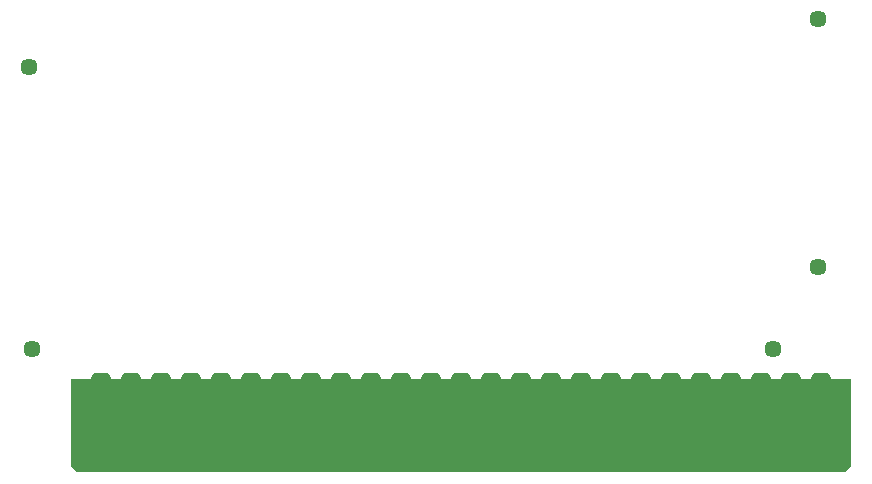
<source format=gbs>
G04 #@! TF.GenerationSoftware,KiCad,Pcbnew,7.0.1-0*
G04 #@! TF.CreationDate,2024-01-30T21:09:44-05:00*
G04 #@! TF.ProjectId,RAM128,52414d31-3238-42e6-9b69-6361645f7063,1.2*
G04 #@! TF.SameCoordinates,Original*
G04 #@! TF.FileFunction,Soldermask,Bot*
G04 #@! TF.FilePolarity,Negative*
%FSLAX46Y46*%
G04 Gerber Fmt 4.6, Leading zero omitted, Abs format (unit mm)*
G04 Created by KiCad (PCBNEW 7.0.1-0) date 2024-01-30 21:09:44*
%MOMM*%
%LPD*%
G01*
G04 APERTURE LIST*
G04 Aperture macros list*
%AMRoundRect*
0 Rectangle with rounded corners*
0 $1 Rounding radius*
0 $2 $3 $4 $5 $6 $7 $8 $9 X,Y pos of 4 corners*
0 Add a 4 corners polygon primitive as box body*
4,1,4,$2,$3,$4,$5,$6,$7,$8,$9,$2,$3,0*
0 Add four circle primitives for the rounded corners*
1,1,$1+$1,$2,$3*
1,1,$1+$1,$4,$5*
1,1,$1+$1,$6,$7*
1,1,$1+$1,$8,$9*
0 Add four rect primitives between the rounded corners*
20,1,$1+$1,$2,$3,$4,$5,0*
20,1,$1+$1,$4,$5,$6,$7,0*
20,1,$1+$1,$6,$7,$8,$9,0*
20,1,$1+$1,$8,$9,$2,$3,0*%
G04 Aperture macros list end*
%ADD10C,0.000000*%
%ADD11RoundRect,0.457200X0.381000X3.289000X-0.381000X3.289000X-0.381000X-3.289000X0.381000X-3.289000X0*%
%ADD12C,1.448000*%
G04 APERTURE END LIST*
D10*
G36*
X139700000Y-139446000D02*
G01*
X139192000Y-139954000D01*
X74168000Y-139954000D01*
X73660000Y-139446000D01*
X73660000Y-132080000D01*
X139700000Y-132080000D01*
X139700000Y-139446000D01*
G37*
D11*
X137160000Y-135282000D03*
X134620000Y-135282000D03*
X132080000Y-135282000D03*
X129540000Y-135282000D03*
X127000000Y-135282000D03*
X124460000Y-135282000D03*
X121920000Y-135282000D03*
X119380000Y-135282000D03*
X116840000Y-135282000D03*
X114300000Y-135282000D03*
X111760000Y-135282000D03*
X109220000Y-135282000D03*
X106680000Y-135282000D03*
X104140000Y-135282000D03*
X101600000Y-135282000D03*
X99060000Y-135282000D03*
X96520000Y-135282000D03*
X93980000Y-135282000D03*
X91440000Y-135282000D03*
X88900000Y-135282000D03*
X86360000Y-135282000D03*
X83820000Y-135282000D03*
X81280000Y-135282000D03*
X78740000Y-135282000D03*
X76200000Y-135282000D03*
D12*
X70358000Y-129540000D03*
X136906000Y-122555000D03*
X133096000Y-129540000D03*
X136906000Y-101600000D03*
X70104000Y-105664000D03*
M02*

</source>
